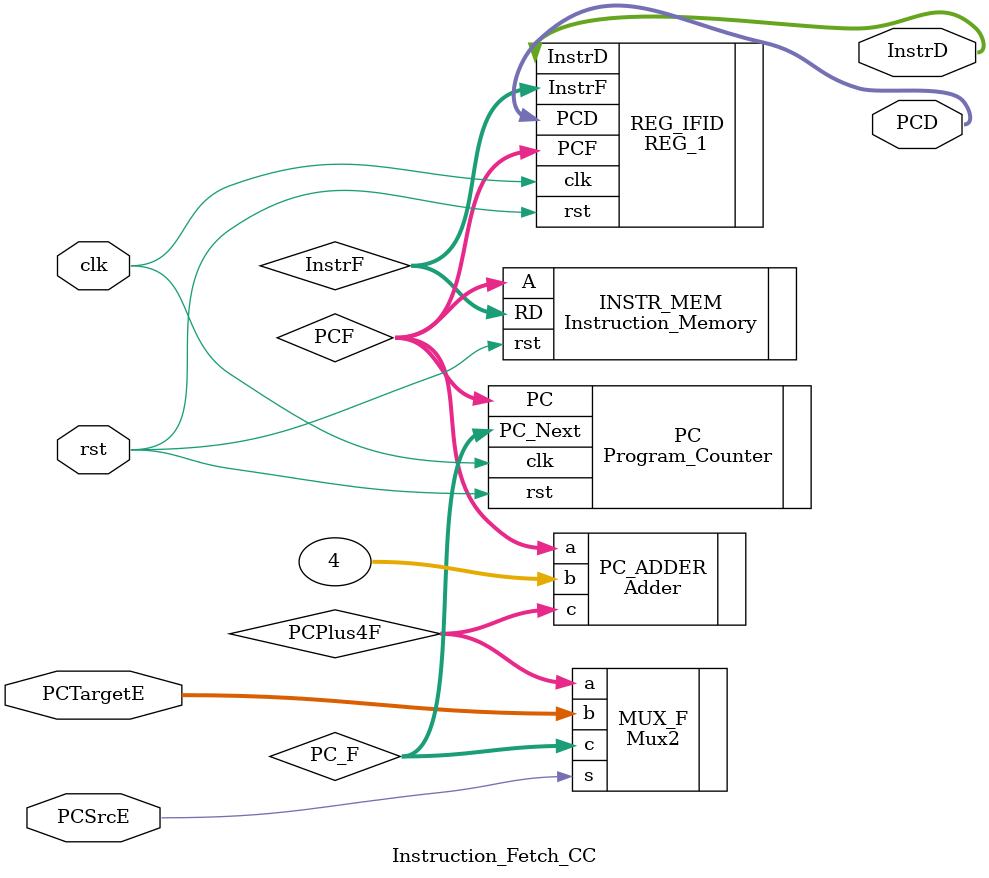
<source format=v>
`timescale 1ns / 1ps

module Instruction_Fetch_CC(  
    input clk, rst, 
    input PCSrcE,
    input [31:0] PCTargetE,
    
    output [31:0] InstrD, 
    output [31:0] PCD
); 
    wire [31:0] PC_F, PCF, PCPlus4F, InstrF;

    Mux2 MUX_F(
        .a(PCPlus4F), 
        .b(PCTargetE), 
        .s(PCSrcE), 
        .c(PC_F)
    );

    Program_Counter PC(
        .clk(clk), 
        .rst(rst),
        .PC_Next(PC_F), 
        .PC(PCF)
    );

    Instruction_Memory INSTR_MEM(
        .rst(rst), 
        .A(PCF), 
        .RD(InstrF)
    );

    Adder PC_ADDER(
        .a(PCF), 
        .b(32'd4), 
        .c(PCPlus4F)
    );

    REG_1 REG_IFID(
        .clk(clk),
        .rst(rst),
        .InstrF(InstrF),
        .PCF(PCF),
        .InstrD(InstrD),
        .PCD(PCD)
    );
    
endmodule
</source>
